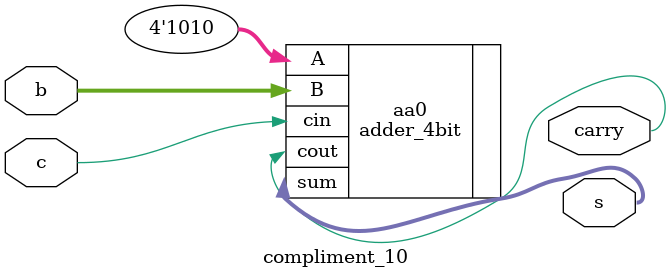
<source format=v>
`timescale 1ns / 1ps


module compliment_10(
input [3:0]b,
input c,
output [3:0] s,
output carry
    );
    
adder_4bit aa0 (
    .A(4'b1010),
    .B(b),
    .sum(s),
    .cout(carry),
    .cin(c));
    
endmodule

</source>
